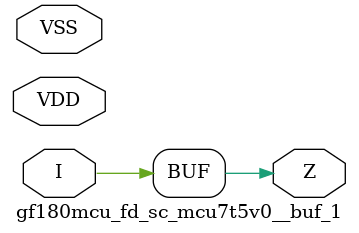
<source format=v>

module gf180mcu_fd_sc_mcu7t5v0__buf_1( I, Z, VDD, VSS );
input I;
inout VDD, VSS;
output Z;

	buf MGM_BG_0( Z, I );

endmodule

</source>
